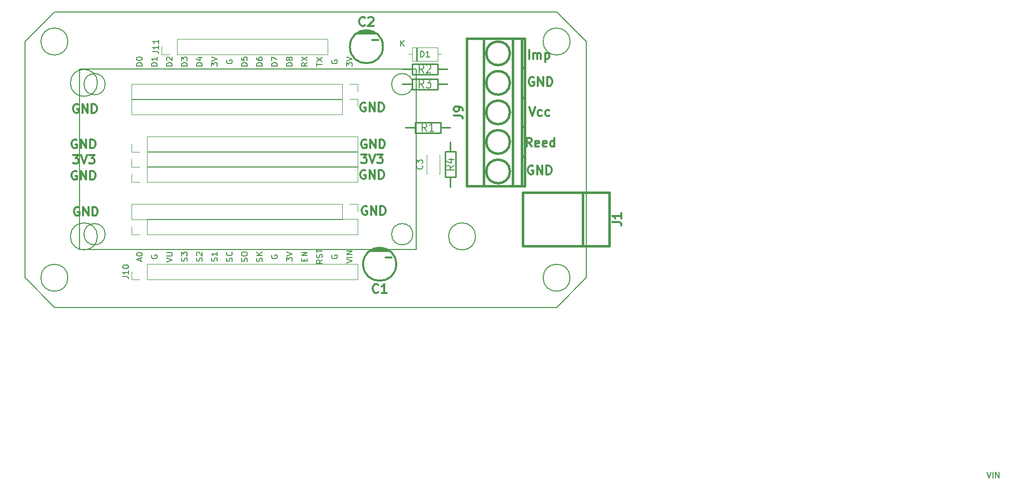
<source format=gto>
G04 #@! TF.GenerationSoftware,KiCad,Pcbnew,5.0.2-bee76a0~70~ubuntu16.04.1*
G04 #@! TF.CreationDate,2019-03-06T16:09:25+01:00*
G04 #@! TF.ProjectId,Metering,4d657465-7269-46e6-972e-6b696361645f,rev?*
G04 #@! TF.SameCoordinates,Original*
G04 #@! TF.FileFunction,Legend,Top*
G04 #@! TF.FilePolarity,Positive*
%FSLAX46Y46*%
G04 Gerber Fmt 4.6, Leading zero omitted, Abs format (unit mm)*
G04 Created by KiCad (PCBNEW 5.0.2-bee76a0~70~ubuntu16.04.1) date Mi 06 Mär 2019 16:09:25 CET*
%MOMM*%
%LPD*%
G01*
G04 APERTURE LIST*
%ADD10C,0.150000*%
%ADD11C,0.300000*%
%ADD12C,0.120000*%
%ADD13C,0.381000*%
%ADD14C,0.304800*%
%ADD15C,0.254000*%
%ADD16C,0.203200*%
G04 APERTURE END LIST*
D10*
X105000000Y-95000000D02*
X110000000Y-100000000D01*
X105000000Y-55000000D02*
X110000000Y-50000000D01*
X195000000Y-100000000D02*
X200000000Y-95000000D01*
X195000000Y-50000000D02*
X200000000Y-55000000D01*
D11*
X190345428Y-57955571D02*
X190345428Y-56455571D01*
X191059714Y-57955571D02*
X191059714Y-56955571D01*
X191059714Y-57098428D02*
X191131142Y-57027000D01*
X191274000Y-56955571D01*
X191488285Y-56955571D01*
X191631142Y-57027000D01*
X191702571Y-57169857D01*
X191702571Y-57955571D01*
X191702571Y-57169857D02*
X191774000Y-57027000D01*
X191916857Y-56955571D01*
X192131142Y-56955571D01*
X192274000Y-57027000D01*
X192345428Y-57169857D01*
X192345428Y-57955571D01*
X193059714Y-56955571D02*
X193059714Y-58455571D01*
X193059714Y-57027000D02*
X193202571Y-56955571D01*
X193488285Y-56955571D01*
X193631142Y-57027000D01*
X193702571Y-57098428D01*
X193774000Y-57241285D01*
X193774000Y-57669857D01*
X193702571Y-57812714D01*
X193631142Y-57884142D01*
X193488285Y-57955571D01*
X193202571Y-57955571D01*
X193059714Y-57884142D01*
X190778000Y-72814571D02*
X190278000Y-72100285D01*
X189920857Y-72814571D02*
X189920857Y-71314571D01*
X190492285Y-71314571D01*
X190635142Y-71386000D01*
X190706571Y-71457428D01*
X190778000Y-71600285D01*
X190778000Y-71814571D01*
X190706571Y-71957428D01*
X190635142Y-72028857D01*
X190492285Y-72100285D01*
X189920857Y-72100285D01*
X191992285Y-72743142D02*
X191849428Y-72814571D01*
X191563714Y-72814571D01*
X191420857Y-72743142D01*
X191349428Y-72600285D01*
X191349428Y-72028857D01*
X191420857Y-71886000D01*
X191563714Y-71814571D01*
X191849428Y-71814571D01*
X191992285Y-71886000D01*
X192063714Y-72028857D01*
X192063714Y-72171714D01*
X191349428Y-72314571D01*
X193278000Y-72743142D02*
X193135142Y-72814571D01*
X192849428Y-72814571D01*
X192706571Y-72743142D01*
X192635142Y-72600285D01*
X192635142Y-72028857D01*
X192706571Y-71886000D01*
X192849428Y-71814571D01*
X193135142Y-71814571D01*
X193278000Y-71886000D01*
X193349428Y-72028857D01*
X193349428Y-72171714D01*
X192635142Y-72314571D01*
X194635142Y-72814571D02*
X194635142Y-71314571D01*
X194635142Y-72743142D02*
X194492285Y-72814571D01*
X194206571Y-72814571D01*
X194063714Y-72743142D01*
X193992285Y-72671714D01*
X193920857Y-72528857D01*
X193920857Y-72100285D01*
X193992285Y-71957428D01*
X194063714Y-71886000D01*
X194206571Y-71814571D01*
X194492285Y-71814571D01*
X194635142Y-71886000D01*
X190365285Y-66107571D02*
X190865285Y-67607571D01*
X191365285Y-66107571D01*
X192508142Y-67536142D02*
X192365285Y-67607571D01*
X192079571Y-67607571D01*
X191936714Y-67536142D01*
X191865285Y-67464714D01*
X191793857Y-67321857D01*
X191793857Y-66893285D01*
X191865285Y-66750428D01*
X191936714Y-66679000D01*
X192079571Y-66607571D01*
X192365285Y-66607571D01*
X192508142Y-66679000D01*
X193793857Y-67536142D02*
X193651000Y-67607571D01*
X193365285Y-67607571D01*
X193222428Y-67536142D01*
X193151000Y-67464714D01*
X193079571Y-67321857D01*
X193079571Y-66893285D01*
X193151000Y-66750428D01*
X193222428Y-66679000D01*
X193365285Y-66607571D01*
X193651000Y-66607571D01*
X193793857Y-66679000D01*
X191135142Y-61099000D02*
X190992285Y-61027571D01*
X190778000Y-61027571D01*
X190563714Y-61099000D01*
X190420857Y-61241857D01*
X190349428Y-61384714D01*
X190278000Y-61670428D01*
X190278000Y-61884714D01*
X190349428Y-62170428D01*
X190420857Y-62313285D01*
X190563714Y-62456142D01*
X190778000Y-62527571D01*
X190920857Y-62527571D01*
X191135142Y-62456142D01*
X191206571Y-62384714D01*
X191206571Y-61884714D01*
X190920857Y-61884714D01*
X191849428Y-62527571D02*
X191849428Y-61027571D01*
X192706571Y-62527571D01*
X192706571Y-61027571D01*
X193420857Y-62527571D02*
X193420857Y-61027571D01*
X193778000Y-61027571D01*
X193992285Y-61099000D01*
X194135142Y-61241857D01*
X194206571Y-61384714D01*
X194278000Y-61670428D01*
X194278000Y-61884714D01*
X194206571Y-62170428D01*
X194135142Y-62313285D01*
X193992285Y-62456142D01*
X193778000Y-62527571D01*
X193420857Y-62527571D01*
X191008142Y-76085000D02*
X190865285Y-76013571D01*
X190651000Y-76013571D01*
X190436714Y-76085000D01*
X190293857Y-76227857D01*
X190222428Y-76370714D01*
X190151000Y-76656428D01*
X190151000Y-76870714D01*
X190222428Y-77156428D01*
X190293857Y-77299285D01*
X190436714Y-77442142D01*
X190651000Y-77513571D01*
X190793857Y-77513571D01*
X191008142Y-77442142D01*
X191079571Y-77370714D01*
X191079571Y-76870714D01*
X190793857Y-76870714D01*
X191722428Y-77513571D02*
X191722428Y-76013571D01*
X192579571Y-77513571D01*
X192579571Y-76013571D01*
X193293857Y-77513571D02*
X193293857Y-76013571D01*
X193651000Y-76013571D01*
X193865285Y-76085000D01*
X194008142Y-76227857D01*
X194079571Y-76370714D01*
X194151000Y-76656428D01*
X194151000Y-76870714D01*
X194079571Y-77156428D01*
X194008142Y-77299285D01*
X193865285Y-77442142D01*
X193651000Y-77513571D01*
X193293857Y-77513571D01*
X161932857Y-74108571D02*
X162861428Y-74108571D01*
X162361428Y-74680000D01*
X162575714Y-74680000D01*
X162718571Y-74751428D01*
X162790000Y-74822857D01*
X162861428Y-74965714D01*
X162861428Y-75322857D01*
X162790000Y-75465714D01*
X162718571Y-75537142D01*
X162575714Y-75608571D01*
X162147142Y-75608571D01*
X162004285Y-75537142D01*
X161932857Y-75465714D01*
X163290000Y-74108571D02*
X163790000Y-75608571D01*
X164290000Y-74108571D01*
X164647142Y-74108571D02*
X165575714Y-74108571D01*
X165075714Y-74680000D01*
X165290000Y-74680000D01*
X165432857Y-74751428D01*
X165504285Y-74822857D01*
X165575714Y-74965714D01*
X165575714Y-75322857D01*
X165504285Y-75465714D01*
X165432857Y-75537142D01*
X165290000Y-75608571D01*
X164861428Y-75608571D01*
X164718571Y-75537142D01*
X164647142Y-75465714D01*
X114173142Y-83070000D02*
X114030285Y-82998571D01*
X113816000Y-82998571D01*
X113601714Y-83070000D01*
X113458857Y-83212857D01*
X113387428Y-83355714D01*
X113316000Y-83641428D01*
X113316000Y-83855714D01*
X113387428Y-84141428D01*
X113458857Y-84284285D01*
X113601714Y-84427142D01*
X113816000Y-84498571D01*
X113958857Y-84498571D01*
X114173142Y-84427142D01*
X114244571Y-84355714D01*
X114244571Y-83855714D01*
X113958857Y-83855714D01*
X114887428Y-84498571D02*
X114887428Y-82998571D01*
X115744571Y-84498571D01*
X115744571Y-82998571D01*
X116458857Y-84498571D02*
X116458857Y-82998571D01*
X116816000Y-82998571D01*
X117030285Y-83070000D01*
X117173142Y-83212857D01*
X117244571Y-83355714D01*
X117316000Y-83641428D01*
X117316000Y-83855714D01*
X117244571Y-84141428D01*
X117173142Y-84284285D01*
X117030285Y-84427142D01*
X116816000Y-84498571D01*
X116458857Y-84498571D01*
X114046142Y-65671000D02*
X113903285Y-65599571D01*
X113689000Y-65599571D01*
X113474714Y-65671000D01*
X113331857Y-65813857D01*
X113260428Y-65956714D01*
X113189000Y-66242428D01*
X113189000Y-66456714D01*
X113260428Y-66742428D01*
X113331857Y-66885285D01*
X113474714Y-67028142D01*
X113689000Y-67099571D01*
X113831857Y-67099571D01*
X114046142Y-67028142D01*
X114117571Y-66956714D01*
X114117571Y-66456714D01*
X113831857Y-66456714D01*
X114760428Y-67099571D02*
X114760428Y-65599571D01*
X115617571Y-67099571D01*
X115617571Y-65599571D01*
X116331857Y-67099571D02*
X116331857Y-65599571D01*
X116689000Y-65599571D01*
X116903285Y-65671000D01*
X117046142Y-65813857D01*
X117117571Y-65956714D01*
X117189000Y-66242428D01*
X117189000Y-66456714D01*
X117117571Y-66742428D01*
X117046142Y-66885285D01*
X116903285Y-67028142D01*
X116689000Y-67099571D01*
X116331857Y-67099571D01*
X162774142Y-71640000D02*
X162631285Y-71568571D01*
X162417000Y-71568571D01*
X162202714Y-71640000D01*
X162059857Y-71782857D01*
X161988428Y-71925714D01*
X161917000Y-72211428D01*
X161917000Y-72425714D01*
X161988428Y-72711428D01*
X162059857Y-72854285D01*
X162202714Y-72997142D01*
X162417000Y-73068571D01*
X162559857Y-73068571D01*
X162774142Y-72997142D01*
X162845571Y-72925714D01*
X162845571Y-72425714D01*
X162559857Y-72425714D01*
X163488428Y-73068571D02*
X163488428Y-71568571D01*
X164345571Y-73068571D01*
X164345571Y-71568571D01*
X165059857Y-73068571D02*
X165059857Y-71568571D01*
X165417000Y-71568571D01*
X165631285Y-71640000D01*
X165774142Y-71782857D01*
X165845571Y-71925714D01*
X165917000Y-72211428D01*
X165917000Y-72425714D01*
X165845571Y-72711428D01*
X165774142Y-72854285D01*
X165631285Y-72997142D01*
X165417000Y-73068571D01*
X165059857Y-73068571D01*
X162647142Y-65417000D02*
X162504285Y-65345571D01*
X162290000Y-65345571D01*
X162075714Y-65417000D01*
X161932857Y-65559857D01*
X161861428Y-65702714D01*
X161790000Y-65988428D01*
X161790000Y-66202714D01*
X161861428Y-66488428D01*
X161932857Y-66631285D01*
X162075714Y-66774142D01*
X162290000Y-66845571D01*
X162432857Y-66845571D01*
X162647142Y-66774142D01*
X162718571Y-66702714D01*
X162718571Y-66202714D01*
X162432857Y-66202714D01*
X163361428Y-66845571D02*
X163361428Y-65345571D01*
X164218571Y-66845571D01*
X164218571Y-65345571D01*
X164932857Y-66845571D02*
X164932857Y-65345571D01*
X165290000Y-65345571D01*
X165504285Y-65417000D01*
X165647142Y-65559857D01*
X165718571Y-65702714D01*
X165790000Y-65988428D01*
X165790000Y-66202714D01*
X165718571Y-66488428D01*
X165647142Y-66631285D01*
X165504285Y-66774142D01*
X165290000Y-66845571D01*
X164932857Y-66845571D01*
X162647142Y-76847000D02*
X162504285Y-76775571D01*
X162290000Y-76775571D01*
X162075714Y-76847000D01*
X161932857Y-76989857D01*
X161861428Y-77132714D01*
X161790000Y-77418428D01*
X161790000Y-77632714D01*
X161861428Y-77918428D01*
X161932857Y-78061285D01*
X162075714Y-78204142D01*
X162290000Y-78275571D01*
X162432857Y-78275571D01*
X162647142Y-78204142D01*
X162718571Y-78132714D01*
X162718571Y-77632714D01*
X162432857Y-77632714D01*
X163361428Y-78275571D02*
X163361428Y-76775571D01*
X164218571Y-78275571D01*
X164218571Y-76775571D01*
X164932857Y-78275571D02*
X164932857Y-76775571D01*
X165290000Y-76775571D01*
X165504285Y-76847000D01*
X165647142Y-76989857D01*
X165718571Y-77132714D01*
X165790000Y-77418428D01*
X165790000Y-77632714D01*
X165718571Y-77918428D01*
X165647142Y-78061285D01*
X165504285Y-78204142D01*
X165290000Y-78275571D01*
X164932857Y-78275571D01*
X162901142Y-82943000D02*
X162758285Y-82871571D01*
X162544000Y-82871571D01*
X162329714Y-82943000D01*
X162186857Y-83085857D01*
X162115428Y-83228714D01*
X162044000Y-83514428D01*
X162044000Y-83728714D01*
X162115428Y-84014428D01*
X162186857Y-84157285D01*
X162329714Y-84300142D01*
X162544000Y-84371571D01*
X162686857Y-84371571D01*
X162901142Y-84300142D01*
X162972571Y-84228714D01*
X162972571Y-83728714D01*
X162686857Y-83728714D01*
X163615428Y-84371571D02*
X163615428Y-82871571D01*
X164472571Y-84371571D01*
X164472571Y-82871571D01*
X165186857Y-84371571D02*
X165186857Y-82871571D01*
X165544000Y-82871571D01*
X165758285Y-82943000D01*
X165901142Y-83085857D01*
X165972571Y-83228714D01*
X166044000Y-83514428D01*
X166044000Y-83728714D01*
X165972571Y-84014428D01*
X165901142Y-84157285D01*
X165758285Y-84300142D01*
X165544000Y-84371571D01*
X165186857Y-84371571D01*
X113792142Y-76974000D02*
X113649285Y-76902571D01*
X113435000Y-76902571D01*
X113220714Y-76974000D01*
X113077857Y-77116857D01*
X113006428Y-77259714D01*
X112935000Y-77545428D01*
X112935000Y-77759714D01*
X113006428Y-78045428D01*
X113077857Y-78188285D01*
X113220714Y-78331142D01*
X113435000Y-78402571D01*
X113577857Y-78402571D01*
X113792142Y-78331142D01*
X113863571Y-78259714D01*
X113863571Y-77759714D01*
X113577857Y-77759714D01*
X114506428Y-78402571D02*
X114506428Y-76902571D01*
X115363571Y-78402571D01*
X115363571Y-76902571D01*
X116077857Y-78402571D02*
X116077857Y-76902571D01*
X116435000Y-76902571D01*
X116649285Y-76974000D01*
X116792142Y-77116857D01*
X116863571Y-77259714D01*
X116935000Y-77545428D01*
X116935000Y-77759714D01*
X116863571Y-78045428D01*
X116792142Y-78188285D01*
X116649285Y-78331142D01*
X116435000Y-78402571D01*
X116077857Y-78402571D01*
X113792142Y-71640000D02*
X113649285Y-71568571D01*
X113435000Y-71568571D01*
X113220714Y-71640000D01*
X113077857Y-71782857D01*
X113006428Y-71925714D01*
X112935000Y-72211428D01*
X112935000Y-72425714D01*
X113006428Y-72711428D01*
X113077857Y-72854285D01*
X113220714Y-72997142D01*
X113435000Y-73068571D01*
X113577857Y-73068571D01*
X113792142Y-72997142D01*
X113863571Y-72925714D01*
X113863571Y-72425714D01*
X113577857Y-72425714D01*
X114506428Y-73068571D02*
X114506428Y-71568571D01*
X115363571Y-73068571D01*
X115363571Y-71568571D01*
X116077857Y-73068571D02*
X116077857Y-71568571D01*
X116435000Y-71568571D01*
X116649285Y-71640000D01*
X116792142Y-71782857D01*
X116863571Y-71925714D01*
X116935000Y-72211428D01*
X116935000Y-72425714D01*
X116863571Y-72711428D01*
X116792142Y-72854285D01*
X116649285Y-72997142D01*
X116435000Y-73068571D01*
X116077857Y-73068571D01*
X113142857Y-74178571D02*
X114071428Y-74178571D01*
X113571428Y-74750000D01*
X113785714Y-74750000D01*
X113928571Y-74821428D01*
X114000000Y-74892857D01*
X114071428Y-75035714D01*
X114071428Y-75392857D01*
X114000000Y-75535714D01*
X113928571Y-75607142D01*
X113785714Y-75678571D01*
X113357142Y-75678571D01*
X113214285Y-75607142D01*
X113142857Y-75535714D01*
X114500000Y-74178571D02*
X115000000Y-75678571D01*
X115500000Y-74178571D01*
X115857142Y-74178571D02*
X116785714Y-74178571D01*
X116285714Y-74750000D01*
X116500000Y-74750000D01*
X116642857Y-74821428D01*
X116714285Y-74892857D01*
X116785714Y-75035714D01*
X116785714Y-75392857D01*
X116714285Y-75535714D01*
X116642857Y-75607142D01*
X116500000Y-75678571D01*
X116071428Y-75678571D01*
X115928571Y-75607142D01*
X115857142Y-75535714D01*
D10*
X105000000Y-95000000D02*
X105000000Y-55000000D01*
X195000000Y-100000000D02*
X110000000Y-100000000D01*
X200000000Y-55000000D02*
X200000000Y-95000000D01*
X110000000Y-50000000D02*
X195000000Y-50000000D01*
G04 #@! TO.C,REF\002A\002A*
X117286000Y-62000000D02*
G75*
G03X117286000Y-62000000I-2286000J0D01*
G01*
X117286000Y-88000000D02*
G75*
G03X117286000Y-88000000I-2286000J0D01*
G01*
X181286000Y-88000000D02*
G75*
G03X181286000Y-88000000I-2286000J0D01*
G01*
G04 #@! TO.C,U1*
X170666051Y-62230000D02*
G75*
G03X170666051Y-62230000I-1796051J0D01*
G01*
X170666051Y-87630000D02*
G75*
G03X170666051Y-87630000I-1796051J0D01*
G01*
X118596051Y-87630000D02*
G75*
G03X118596051Y-87630000I-1796051J0D01*
G01*
X118596051Y-62230000D02*
G75*
G03X118596051Y-62230000I-1796051J0D01*
G01*
X114240000Y-59680000D02*
X114240000Y-89680000D01*
X114240000Y-89680000D02*
X114240000Y-90180000D01*
X114240000Y-90180000D02*
X171240000Y-90180000D01*
X171240000Y-90180000D02*
X171240000Y-59680000D01*
X171240000Y-59680000D02*
X114240000Y-59680000D01*
D12*
G04 #@! TO.C,D1*
X170600000Y-56030000D02*
X170600000Y-58270000D01*
X170600000Y-58270000D02*
X174840000Y-58270000D01*
X174840000Y-58270000D02*
X174840000Y-56030000D01*
X174840000Y-56030000D02*
X170600000Y-56030000D01*
X169950000Y-57150000D02*
X170600000Y-57150000D01*
X175490000Y-57150000D02*
X174840000Y-57150000D01*
X171320000Y-56030000D02*
X171320000Y-58270000D01*
X171440000Y-56030000D02*
X171440000Y-58270000D01*
X171200000Y-56030000D02*
X171200000Y-58270000D01*
D10*
G04 #@! TO.C,REF\002A\002A*
X197286000Y-95000000D02*
G75*
G03X197286000Y-95000000I-2286000J0D01*
G01*
X112286000Y-95000000D02*
G75*
G03X112286000Y-95000000I-2286000J0D01*
G01*
D13*
G04 #@! TO.C,J9*
X189100000Y-59500000D02*
X189600000Y-59500000D01*
X187100000Y-57000000D02*
G75*
G03X187100000Y-57000000I-2000000J0D01*
G01*
X189100000Y-64500000D02*
X189600000Y-64500000D01*
X187100000Y-62000000D02*
G75*
G03X187100000Y-62000000I-2000000J0D01*
G01*
X187100000Y-67000000D02*
G75*
G03X187100000Y-67000000I-2000000J0D01*
G01*
X189100000Y-69500000D02*
X189600000Y-69500000D01*
X189100000Y-74500000D02*
X189600000Y-74500000D01*
X187100000Y-72000000D02*
G75*
G03X187100000Y-72000000I-2000000J0D01*
G01*
X187100000Y-77000000D02*
G75*
G03X187100000Y-77000000I-2000000J0D01*
G01*
X187600000Y-79500000D02*
X187600000Y-54500000D01*
X182700000Y-79500000D02*
X182700000Y-54500000D01*
X189100000Y-79500000D02*
X189100000Y-54500000D01*
X189600000Y-79500000D02*
X189600000Y-54500000D01*
X189600000Y-54500000D02*
X179800000Y-54500000D01*
X179800000Y-54500000D02*
X179800000Y-79500000D01*
X179800000Y-79500000D02*
X189600000Y-79500000D01*
D11*
G04 #@! TO.C,C2*
X163814000Y-54780000D02*
X164814000Y-54780000D01*
D14*
X165614000Y-55880000D02*
G75*
G03X165614000Y-55880000I-2800000J0D01*
G01*
X161114000Y-53680000D02*
X164514000Y-53680000D01*
X161514000Y-53480000D02*
X164114000Y-53480000D01*
X162014000Y-53280000D02*
X163614000Y-53280000D01*
D15*
G04 #@! TO.C,R1*
X171069000Y-70485000D02*
X175387000Y-70485000D01*
X171069000Y-68707000D02*
X171069000Y-70485000D01*
X175387000Y-68707000D02*
X171069000Y-68707000D01*
X175387000Y-70485000D02*
X175387000Y-68707000D01*
X175387000Y-69596000D02*
X177038000Y-69596000D01*
X171069000Y-69596000D02*
X169418000Y-69596000D01*
G04 #@! TO.C,R2*
X170561000Y-59690000D02*
X168910000Y-59690000D01*
X174879000Y-59690000D02*
X176530000Y-59690000D01*
X174879000Y-60579000D02*
X174879000Y-58801000D01*
X174879000Y-58801000D02*
X170561000Y-58801000D01*
X170561000Y-58801000D02*
X170561000Y-60579000D01*
X170561000Y-60579000D02*
X174879000Y-60579000D01*
G04 #@! TO.C,R3*
X170561000Y-62230000D02*
X168910000Y-62230000D01*
X174879000Y-62230000D02*
X176530000Y-62230000D01*
X174879000Y-63119000D02*
X174879000Y-61341000D01*
X174879000Y-61341000D02*
X170561000Y-61341000D01*
X170561000Y-61341000D02*
X170561000Y-63119000D01*
X170561000Y-63119000D02*
X174879000Y-63119000D01*
D13*
G04 #@! TO.C,J1*
X199400160Y-89590880D02*
X199400160Y-80589120D01*
X203901040Y-89590880D02*
X203901040Y-80589120D01*
X203901040Y-80589120D02*
X189301120Y-80589120D01*
X189301120Y-80589120D02*
X189301120Y-89590880D01*
X189301120Y-89590880D02*
X203901040Y-89590880D01*
D12*
G04 #@! TO.C,J2*
X161310000Y-87690000D02*
X161310000Y-85030000D01*
X125690000Y-87690000D02*
X161310000Y-87690000D01*
X125690000Y-85030000D02*
X161310000Y-85030000D01*
X125690000Y-87690000D02*
X125690000Y-85030000D01*
X124420000Y-87690000D02*
X123090000Y-87690000D01*
X123090000Y-87690000D02*
X123090000Y-86360000D01*
G04 #@! TO.C,J3*
X123090000Y-62170000D02*
X123090000Y-64830000D01*
X158710000Y-62170000D02*
X123090000Y-62170000D01*
X158710000Y-64830000D02*
X123090000Y-64830000D01*
X158710000Y-62170000D02*
X158710000Y-64830000D01*
X159980000Y-62170000D02*
X161310000Y-62170000D01*
X161310000Y-62170000D02*
X161310000Y-63500000D01*
G04 #@! TO.C,J4*
X161310000Y-64710000D02*
X161310000Y-66040000D01*
X159980000Y-64710000D02*
X161310000Y-64710000D01*
X158710000Y-64710000D02*
X158710000Y-67370000D01*
X158710000Y-67370000D02*
X123090000Y-67370000D01*
X158710000Y-64710000D02*
X123090000Y-64710000D01*
X123090000Y-64710000D02*
X123090000Y-67370000D01*
G04 #@! TO.C,J5*
X123090000Y-82490000D02*
X123090000Y-85150000D01*
X158710000Y-82490000D02*
X123090000Y-82490000D01*
X158710000Y-85150000D02*
X123090000Y-85150000D01*
X158710000Y-82490000D02*
X158710000Y-85150000D01*
X159980000Y-82490000D02*
X161310000Y-82490000D01*
X161310000Y-82490000D02*
X161310000Y-83820000D01*
G04 #@! TO.C,J6*
X161310000Y-73720000D02*
X161310000Y-71060000D01*
X125690000Y-73720000D02*
X161310000Y-73720000D01*
X125690000Y-71060000D02*
X161310000Y-71060000D01*
X125690000Y-73720000D02*
X125690000Y-71060000D01*
X124420000Y-73720000D02*
X123090000Y-73720000D01*
X123090000Y-73720000D02*
X123090000Y-72390000D01*
G04 #@! TO.C,J7*
X161310000Y-78800000D02*
X161310000Y-76140000D01*
X125690000Y-78800000D02*
X161310000Y-78800000D01*
X125690000Y-76140000D02*
X161310000Y-76140000D01*
X125690000Y-78800000D02*
X125690000Y-76140000D01*
X124420000Y-78800000D02*
X123090000Y-78800000D01*
X123090000Y-78800000D02*
X123090000Y-77470000D01*
G04 #@! TO.C,J8*
X161310000Y-76260000D02*
X161310000Y-73600000D01*
X125690000Y-76260000D02*
X161310000Y-76260000D01*
X125690000Y-73600000D02*
X161310000Y-73600000D01*
X125690000Y-76260000D02*
X125690000Y-73600000D01*
X124420000Y-76260000D02*
X123090000Y-76260000D01*
X123090000Y-76260000D02*
X123090000Y-74930000D01*
D14*
G04 #@! TO.C,C1*
X164260000Y-90110000D02*
X165860000Y-90110000D01*
X163760000Y-90310000D02*
X166360000Y-90310000D01*
X163360000Y-90510000D02*
X166760000Y-90510000D01*
X167860000Y-92710000D02*
G75*
G03X167860000Y-92710000I-2800000J0D01*
G01*
D11*
X166060000Y-91610000D02*
X167060000Y-91610000D01*
D12*
G04 #@! TO.C,J10*
X161310000Y-95310000D02*
X161310000Y-92650000D01*
X125690000Y-95310000D02*
X161310000Y-95310000D01*
X125690000Y-92650000D02*
X161310000Y-92650000D01*
X125690000Y-95310000D02*
X125690000Y-92650000D01*
X124420000Y-95310000D02*
X123090000Y-95310000D01*
X123090000Y-95310000D02*
X123090000Y-93980000D01*
G04 #@! TO.C,J11*
X156230000Y-57210000D02*
X156230000Y-54550000D01*
X130770000Y-57210000D02*
X156230000Y-57210000D01*
X130770000Y-54550000D02*
X156230000Y-54550000D01*
X130770000Y-57210000D02*
X130770000Y-54550000D01*
X129500000Y-57210000D02*
X128170000Y-57210000D01*
X128170000Y-57210000D02*
X128170000Y-55880000D01*
D10*
G04 #@! TO.C,REF\002A\002A*
X112286000Y-55000000D02*
G75*
G03X112286000Y-55000000I-2286000J0D01*
G01*
X197286000Y-55000000D02*
G75*
G03X197286000Y-55000000I-2286000J0D01*
G01*
D12*
G04 #@! TO.C,C3*
X172997000Y-77459000D02*
X172997000Y-74219000D01*
X175237000Y-77459000D02*
X175237000Y-74219000D01*
X172997000Y-77459000D02*
X173062000Y-77459000D01*
X175172000Y-77459000D02*
X175237000Y-77459000D01*
X172997000Y-74219000D02*
X173062000Y-74219000D01*
X175172000Y-74219000D02*
X175237000Y-74219000D01*
D15*
G04 #@! TO.C,R4*
X177038000Y-77978000D02*
X177038000Y-79629000D01*
X177038000Y-73660000D02*
X177038000Y-72009000D01*
X177927000Y-73660000D02*
X176149000Y-73660000D01*
X176149000Y-73660000D02*
X176149000Y-77978000D01*
X176149000Y-77978000D02*
X177927000Y-77978000D01*
X177927000Y-77978000D02*
X177927000Y-73660000D01*
G04 #@! TD*
G04 #@! TO.C,*
D10*
X267844761Y-127892380D02*
X268178095Y-128892380D01*
X268511428Y-127892380D01*
X268844761Y-128892380D02*
X268844761Y-127892380D01*
X269320952Y-128892380D02*
X269320952Y-127892380D01*
X269892380Y-128892380D01*
X269892380Y-127892380D01*
G04 #@! TO.C,U1*
X159432380Y-92535238D02*
X160432380Y-92201904D01*
X159432380Y-91868571D01*
X160432380Y-91535238D02*
X159432380Y-91535238D01*
X160432380Y-91059047D02*
X159432380Y-91059047D01*
X160432380Y-90487619D01*
X159432380Y-90487619D01*
X156940000Y-91178095D02*
X156892380Y-91273333D01*
X156892380Y-91416190D01*
X156940000Y-91559047D01*
X157035238Y-91654285D01*
X157130476Y-91701904D01*
X157320952Y-91749523D01*
X157463809Y-91749523D01*
X157654285Y-91701904D01*
X157749523Y-91654285D01*
X157844761Y-91559047D01*
X157892380Y-91416190D01*
X157892380Y-91320952D01*
X157844761Y-91178095D01*
X157797142Y-91130476D01*
X157463809Y-91130476D01*
X157463809Y-91320952D01*
X155352380Y-91987619D02*
X154876190Y-92320952D01*
X155352380Y-92559047D02*
X154352380Y-92559047D01*
X154352380Y-92178095D01*
X154400000Y-92082857D01*
X154447619Y-92035238D01*
X154542857Y-91987619D01*
X154685714Y-91987619D01*
X154780952Y-92035238D01*
X154828571Y-92082857D01*
X154876190Y-92178095D01*
X154876190Y-92559047D01*
X155304761Y-91606666D02*
X155352380Y-91463809D01*
X155352380Y-91225714D01*
X155304761Y-91130476D01*
X155257142Y-91082857D01*
X155161904Y-91035238D01*
X155066666Y-91035238D01*
X154971428Y-91082857D01*
X154923809Y-91130476D01*
X154876190Y-91225714D01*
X154828571Y-91416190D01*
X154780952Y-91511428D01*
X154733333Y-91559047D01*
X154638095Y-91606666D01*
X154542857Y-91606666D01*
X154447619Y-91559047D01*
X154400000Y-91511428D01*
X154352380Y-91416190D01*
X154352380Y-91178095D01*
X154400000Y-91035238D01*
X154352380Y-90749523D02*
X154352380Y-90178095D01*
X155352380Y-90463809D02*
X154352380Y-90463809D01*
X152288571Y-92178095D02*
X152288571Y-91844761D01*
X152812380Y-91701904D02*
X152812380Y-92178095D01*
X151812380Y-92178095D01*
X151812380Y-91701904D01*
X152812380Y-91273333D02*
X151812380Y-91273333D01*
X152812380Y-90701904D01*
X151812380Y-90701904D01*
X149272380Y-92201904D02*
X149272380Y-91582857D01*
X149653333Y-91916190D01*
X149653333Y-91773333D01*
X149700952Y-91678095D01*
X149748571Y-91630476D01*
X149843809Y-91582857D01*
X150081904Y-91582857D01*
X150177142Y-91630476D01*
X150224761Y-91678095D01*
X150272380Y-91773333D01*
X150272380Y-92059047D01*
X150224761Y-92154285D01*
X150177142Y-92201904D01*
X149272380Y-91297142D02*
X150272380Y-90963809D01*
X149272380Y-90630476D01*
X146780000Y-91178095D02*
X146732380Y-91273333D01*
X146732380Y-91416190D01*
X146780000Y-91559047D01*
X146875238Y-91654285D01*
X146970476Y-91701904D01*
X147160952Y-91749523D01*
X147303809Y-91749523D01*
X147494285Y-91701904D01*
X147589523Y-91654285D01*
X147684761Y-91559047D01*
X147732380Y-91416190D01*
X147732380Y-91320952D01*
X147684761Y-91178095D01*
X147637142Y-91130476D01*
X147303809Y-91130476D01*
X147303809Y-91320952D01*
X145144761Y-92225714D02*
X145192380Y-92082857D01*
X145192380Y-91844761D01*
X145144761Y-91749523D01*
X145097142Y-91701904D01*
X145001904Y-91654285D01*
X144906666Y-91654285D01*
X144811428Y-91701904D01*
X144763809Y-91749523D01*
X144716190Y-91844761D01*
X144668571Y-92035238D01*
X144620952Y-92130476D01*
X144573333Y-92178095D01*
X144478095Y-92225714D01*
X144382857Y-92225714D01*
X144287619Y-92178095D01*
X144240000Y-92130476D01*
X144192380Y-92035238D01*
X144192380Y-91797142D01*
X144240000Y-91654285D01*
X145192380Y-91225714D02*
X144192380Y-91225714D01*
X145192380Y-90654285D02*
X144620952Y-91082857D01*
X144192380Y-90654285D02*
X144763809Y-91225714D01*
X142604761Y-92249523D02*
X142652380Y-92106666D01*
X142652380Y-91868571D01*
X142604761Y-91773333D01*
X142557142Y-91725714D01*
X142461904Y-91678095D01*
X142366666Y-91678095D01*
X142271428Y-91725714D01*
X142223809Y-91773333D01*
X142176190Y-91868571D01*
X142128571Y-92059047D01*
X142080952Y-92154285D01*
X142033333Y-92201904D01*
X141938095Y-92249523D01*
X141842857Y-92249523D01*
X141747619Y-92201904D01*
X141700000Y-92154285D01*
X141652380Y-92059047D01*
X141652380Y-91820952D01*
X141700000Y-91678095D01*
X141652380Y-91059047D02*
X141652380Y-90868571D01*
X141700000Y-90773333D01*
X141795238Y-90678095D01*
X141985714Y-90630476D01*
X142319047Y-90630476D01*
X142509523Y-90678095D01*
X142604761Y-90773333D01*
X142652380Y-90868571D01*
X142652380Y-91059047D01*
X142604761Y-91154285D01*
X142509523Y-91249523D01*
X142319047Y-91297142D01*
X141985714Y-91297142D01*
X141795238Y-91249523D01*
X141700000Y-91154285D01*
X141652380Y-91059047D01*
X140064761Y-92225714D02*
X140112380Y-92082857D01*
X140112380Y-91844761D01*
X140064761Y-91749523D01*
X140017142Y-91701904D01*
X139921904Y-91654285D01*
X139826666Y-91654285D01*
X139731428Y-91701904D01*
X139683809Y-91749523D01*
X139636190Y-91844761D01*
X139588571Y-92035238D01*
X139540952Y-92130476D01*
X139493333Y-92178095D01*
X139398095Y-92225714D01*
X139302857Y-92225714D01*
X139207619Y-92178095D01*
X139160000Y-92130476D01*
X139112380Y-92035238D01*
X139112380Y-91797142D01*
X139160000Y-91654285D01*
X140017142Y-90654285D02*
X140064761Y-90701904D01*
X140112380Y-90844761D01*
X140112380Y-90940000D01*
X140064761Y-91082857D01*
X139969523Y-91178095D01*
X139874285Y-91225714D01*
X139683809Y-91273333D01*
X139540952Y-91273333D01*
X139350476Y-91225714D01*
X139255238Y-91178095D01*
X139160000Y-91082857D01*
X139112380Y-90940000D01*
X139112380Y-90844761D01*
X139160000Y-90701904D01*
X139207619Y-90654285D01*
X137524761Y-92201904D02*
X137572380Y-92059047D01*
X137572380Y-91820952D01*
X137524761Y-91725714D01*
X137477142Y-91678095D01*
X137381904Y-91630476D01*
X137286666Y-91630476D01*
X137191428Y-91678095D01*
X137143809Y-91725714D01*
X137096190Y-91820952D01*
X137048571Y-92011428D01*
X137000952Y-92106666D01*
X136953333Y-92154285D01*
X136858095Y-92201904D01*
X136762857Y-92201904D01*
X136667619Y-92154285D01*
X136620000Y-92106666D01*
X136572380Y-92011428D01*
X136572380Y-91773333D01*
X136620000Y-91630476D01*
X137572380Y-90678095D02*
X137572380Y-91249523D01*
X137572380Y-90963809D02*
X136572380Y-90963809D01*
X136715238Y-91059047D01*
X136810476Y-91154285D01*
X136858095Y-91249523D01*
X134984761Y-92201904D02*
X135032380Y-92059047D01*
X135032380Y-91820952D01*
X134984761Y-91725714D01*
X134937142Y-91678095D01*
X134841904Y-91630476D01*
X134746666Y-91630476D01*
X134651428Y-91678095D01*
X134603809Y-91725714D01*
X134556190Y-91820952D01*
X134508571Y-92011428D01*
X134460952Y-92106666D01*
X134413333Y-92154285D01*
X134318095Y-92201904D01*
X134222857Y-92201904D01*
X134127619Y-92154285D01*
X134080000Y-92106666D01*
X134032380Y-92011428D01*
X134032380Y-91773333D01*
X134080000Y-91630476D01*
X134127619Y-91249523D02*
X134080000Y-91201904D01*
X134032380Y-91106666D01*
X134032380Y-90868571D01*
X134080000Y-90773333D01*
X134127619Y-90725714D01*
X134222857Y-90678095D01*
X134318095Y-90678095D01*
X134460952Y-90725714D01*
X135032380Y-91297142D01*
X135032380Y-90678095D01*
X132444761Y-92201904D02*
X132492380Y-92059047D01*
X132492380Y-91820952D01*
X132444761Y-91725714D01*
X132397142Y-91678095D01*
X132301904Y-91630476D01*
X132206666Y-91630476D01*
X132111428Y-91678095D01*
X132063809Y-91725714D01*
X132016190Y-91820952D01*
X131968571Y-92011428D01*
X131920952Y-92106666D01*
X131873333Y-92154285D01*
X131778095Y-92201904D01*
X131682857Y-92201904D01*
X131587619Y-92154285D01*
X131540000Y-92106666D01*
X131492380Y-92011428D01*
X131492380Y-91773333D01*
X131540000Y-91630476D01*
X131492380Y-91297142D02*
X131492380Y-90678095D01*
X131873333Y-91011428D01*
X131873333Y-90868571D01*
X131920952Y-90773333D01*
X131968571Y-90725714D01*
X132063809Y-90678095D01*
X132301904Y-90678095D01*
X132397142Y-90725714D01*
X132444761Y-90773333D01*
X132492380Y-90868571D01*
X132492380Y-91154285D01*
X132444761Y-91249523D01*
X132397142Y-91297142D01*
X128952380Y-92297142D02*
X129952380Y-91963809D01*
X128952380Y-91630476D01*
X128952380Y-91297142D02*
X129761904Y-91297142D01*
X129857142Y-91249523D01*
X129904761Y-91201904D01*
X129952380Y-91106666D01*
X129952380Y-90916190D01*
X129904761Y-90820952D01*
X129857142Y-90773333D01*
X129761904Y-90725714D01*
X128952380Y-90725714D01*
X126460000Y-91178095D02*
X126412380Y-91273333D01*
X126412380Y-91416190D01*
X126460000Y-91559047D01*
X126555238Y-91654285D01*
X126650476Y-91701904D01*
X126840952Y-91749523D01*
X126983809Y-91749523D01*
X127174285Y-91701904D01*
X127269523Y-91654285D01*
X127364761Y-91559047D01*
X127412380Y-91416190D01*
X127412380Y-91320952D01*
X127364761Y-91178095D01*
X127317142Y-91130476D01*
X126983809Y-91130476D01*
X126983809Y-91320952D01*
X124586666Y-92154285D02*
X124586666Y-91678095D01*
X124872380Y-92249523D02*
X123872380Y-91916190D01*
X124872380Y-91582857D01*
X123872380Y-91059047D02*
X123872380Y-90963809D01*
X123920000Y-90868571D01*
X123967619Y-90820952D01*
X124062857Y-90773333D01*
X124253333Y-90725714D01*
X124491428Y-90725714D01*
X124681904Y-90773333D01*
X124777142Y-90820952D01*
X124824761Y-90868571D01*
X124872380Y-90963809D01*
X124872380Y-91059047D01*
X124824761Y-91154285D01*
X124777142Y-91201904D01*
X124681904Y-91249523D01*
X124491428Y-91297142D01*
X124253333Y-91297142D01*
X124062857Y-91249523D01*
X123967619Y-91201904D01*
X123920000Y-91154285D01*
X123872380Y-91059047D01*
X159432380Y-59181904D02*
X159432380Y-58562857D01*
X159813333Y-58896190D01*
X159813333Y-58753333D01*
X159860952Y-58658095D01*
X159908571Y-58610476D01*
X160003809Y-58562857D01*
X160241904Y-58562857D01*
X160337142Y-58610476D01*
X160384761Y-58658095D01*
X160432380Y-58753333D01*
X160432380Y-59039047D01*
X160384761Y-59134285D01*
X160337142Y-59181904D01*
X159432380Y-58277142D02*
X160432380Y-57943809D01*
X159432380Y-57610476D01*
X156940000Y-58158095D02*
X156892380Y-58253333D01*
X156892380Y-58396190D01*
X156940000Y-58539047D01*
X157035238Y-58634285D01*
X157130476Y-58681904D01*
X157320952Y-58729523D01*
X157463809Y-58729523D01*
X157654285Y-58681904D01*
X157749523Y-58634285D01*
X157844761Y-58539047D01*
X157892380Y-58396190D01*
X157892380Y-58300952D01*
X157844761Y-58158095D01*
X157797142Y-58110476D01*
X157463809Y-58110476D01*
X157463809Y-58300952D01*
X154352380Y-59181904D02*
X154352380Y-58610476D01*
X155352380Y-58896190D02*
X154352380Y-58896190D01*
X154352380Y-58372380D02*
X155352380Y-57705714D01*
X154352380Y-57705714D02*
X155352380Y-58372380D01*
X152812380Y-58586666D02*
X152336190Y-58920000D01*
X152812380Y-59158095D02*
X151812380Y-59158095D01*
X151812380Y-58777142D01*
X151860000Y-58681904D01*
X151907619Y-58634285D01*
X152002857Y-58586666D01*
X152145714Y-58586666D01*
X152240952Y-58634285D01*
X152288571Y-58681904D01*
X152336190Y-58777142D01*
X152336190Y-59158095D01*
X151812380Y-58253333D02*
X152812380Y-57586666D01*
X151812380Y-57586666D02*
X152812380Y-58253333D01*
X150272380Y-59158095D02*
X149272380Y-59158095D01*
X149272380Y-58920000D01*
X149320000Y-58777142D01*
X149415238Y-58681904D01*
X149510476Y-58634285D01*
X149700952Y-58586666D01*
X149843809Y-58586666D01*
X150034285Y-58634285D01*
X150129523Y-58681904D01*
X150224761Y-58777142D01*
X150272380Y-58920000D01*
X150272380Y-59158095D01*
X149700952Y-58015238D02*
X149653333Y-58110476D01*
X149605714Y-58158095D01*
X149510476Y-58205714D01*
X149462857Y-58205714D01*
X149367619Y-58158095D01*
X149320000Y-58110476D01*
X149272380Y-58015238D01*
X149272380Y-57824761D01*
X149320000Y-57729523D01*
X149367619Y-57681904D01*
X149462857Y-57634285D01*
X149510476Y-57634285D01*
X149605714Y-57681904D01*
X149653333Y-57729523D01*
X149700952Y-57824761D01*
X149700952Y-58015238D01*
X149748571Y-58110476D01*
X149796190Y-58158095D01*
X149891428Y-58205714D01*
X150081904Y-58205714D01*
X150177142Y-58158095D01*
X150224761Y-58110476D01*
X150272380Y-58015238D01*
X150272380Y-57824761D01*
X150224761Y-57729523D01*
X150177142Y-57681904D01*
X150081904Y-57634285D01*
X149891428Y-57634285D01*
X149796190Y-57681904D01*
X149748571Y-57729523D01*
X149700952Y-57824761D01*
X147732380Y-59158095D02*
X146732380Y-59158095D01*
X146732380Y-58920000D01*
X146780000Y-58777142D01*
X146875238Y-58681904D01*
X146970476Y-58634285D01*
X147160952Y-58586666D01*
X147303809Y-58586666D01*
X147494285Y-58634285D01*
X147589523Y-58681904D01*
X147684761Y-58777142D01*
X147732380Y-58920000D01*
X147732380Y-59158095D01*
X146732380Y-58253333D02*
X146732380Y-57586666D01*
X147732380Y-58015238D01*
X145192380Y-59158095D02*
X144192380Y-59158095D01*
X144192380Y-58920000D01*
X144240000Y-58777142D01*
X144335238Y-58681904D01*
X144430476Y-58634285D01*
X144620952Y-58586666D01*
X144763809Y-58586666D01*
X144954285Y-58634285D01*
X145049523Y-58681904D01*
X145144761Y-58777142D01*
X145192380Y-58920000D01*
X145192380Y-59158095D01*
X144192380Y-57729523D02*
X144192380Y-57920000D01*
X144240000Y-58015238D01*
X144287619Y-58062857D01*
X144430476Y-58158095D01*
X144620952Y-58205714D01*
X145001904Y-58205714D01*
X145097142Y-58158095D01*
X145144761Y-58110476D01*
X145192380Y-58015238D01*
X145192380Y-57824761D01*
X145144761Y-57729523D01*
X145097142Y-57681904D01*
X145001904Y-57634285D01*
X144763809Y-57634285D01*
X144668571Y-57681904D01*
X144620952Y-57729523D01*
X144573333Y-57824761D01*
X144573333Y-58015238D01*
X144620952Y-58110476D01*
X144668571Y-58158095D01*
X144763809Y-58205714D01*
X142652380Y-59158095D02*
X141652380Y-59158095D01*
X141652380Y-58920000D01*
X141700000Y-58777142D01*
X141795238Y-58681904D01*
X141890476Y-58634285D01*
X142080952Y-58586666D01*
X142223809Y-58586666D01*
X142414285Y-58634285D01*
X142509523Y-58681904D01*
X142604761Y-58777142D01*
X142652380Y-58920000D01*
X142652380Y-59158095D01*
X141652380Y-57681904D02*
X141652380Y-58158095D01*
X142128571Y-58205714D01*
X142080952Y-58158095D01*
X142033333Y-58062857D01*
X142033333Y-57824761D01*
X142080952Y-57729523D01*
X142128571Y-57681904D01*
X142223809Y-57634285D01*
X142461904Y-57634285D01*
X142557142Y-57681904D01*
X142604761Y-57729523D01*
X142652380Y-57824761D01*
X142652380Y-58062857D01*
X142604761Y-58158095D01*
X142557142Y-58205714D01*
X139160000Y-58158095D02*
X139112380Y-58253333D01*
X139112380Y-58396190D01*
X139160000Y-58539047D01*
X139255238Y-58634285D01*
X139350476Y-58681904D01*
X139540952Y-58729523D01*
X139683809Y-58729523D01*
X139874285Y-58681904D01*
X139969523Y-58634285D01*
X140064761Y-58539047D01*
X140112380Y-58396190D01*
X140112380Y-58300952D01*
X140064761Y-58158095D01*
X140017142Y-58110476D01*
X139683809Y-58110476D01*
X139683809Y-58300952D01*
X136572380Y-59181904D02*
X136572380Y-58562857D01*
X136953333Y-58896190D01*
X136953333Y-58753333D01*
X137000952Y-58658095D01*
X137048571Y-58610476D01*
X137143809Y-58562857D01*
X137381904Y-58562857D01*
X137477142Y-58610476D01*
X137524761Y-58658095D01*
X137572380Y-58753333D01*
X137572380Y-59039047D01*
X137524761Y-59134285D01*
X137477142Y-59181904D01*
X136572380Y-58277142D02*
X137572380Y-57943809D01*
X136572380Y-57610476D01*
X135032380Y-59158095D02*
X134032380Y-59158095D01*
X134032380Y-58920000D01*
X134080000Y-58777142D01*
X134175238Y-58681904D01*
X134270476Y-58634285D01*
X134460952Y-58586666D01*
X134603809Y-58586666D01*
X134794285Y-58634285D01*
X134889523Y-58681904D01*
X134984761Y-58777142D01*
X135032380Y-58920000D01*
X135032380Y-59158095D01*
X134365714Y-57729523D02*
X135032380Y-57729523D01*
X133984761Y-57967619D02*
X134699047Y-58205714D01*
X134699047Y-57586666D01*
X132492380Y-59158095D02*
X131492380Y-59158095D01*
X131492380Y-58920000D01*
X131540000Y-58777142D01*
X131635238Y-58681904D01*
X131730476Y-58634285D01*
X131920952Y-58586666D01*
X132063809Y-58586666D01*
X132254285Y-58634285D01*
X132349523Y-58681904D01*
X132444761Y-58777142D01*
X132492380Y-58920000D01*
X132492380Y-59158095D01*
X131492380Y-58253333D02*
X131492380Y-57634285D01*
X131873333Y-57967619D01*
X131873333Y-57824761D01*
X131920952Y-57729523D01*
X131968571Y-57681904D01*
X132063809Y-57634285D01*
X132301904Y-57634285D01*
X132397142Y-57681904D01*
X132444761Y-57729523D01*
X132492380Y-57824761D01*
X132492380Y-58110476D01*
X132444761Y-58205714D01*
X132397142Y-58253333D01*
X129952380Y-59158095D02*
X128952380Y-59158095D01*
X128952380Y-58920000D01*
X129000000Y-58777142D01*
X129095238Y-58681904D01*
X129190476Y-58634285D01*
X129380952Y-58586666D01*
X129523809Y-58586666D01*
X129714285Y-58634285D01*
X129809523Y-58681904D01*
X129904761Y-58777142D01*
X129952380Y-58920000D01*
X129952380Y-59158095D01*
X129047619Y-58205714D02*
X129000000Y-58158095D01*
X128952380Y-58062857D01*
X128952380Y-57824761D01*
X129000000Y-57729523D01*
X129047619Y-57681904D01*
X129142857Y-57634285D01*
X129238095Y-57634285D01*
X129380952Y-57681904D01*
X129952380Y-58253333D01*
X129952380Y-57634285D01*
X127412380Y-59158095D02*
X126412380Y-59158095D01*
X126412380Y-58920000D01*
X126460000Y-58777142D01*
X126555238Y-58681904D01*
X126650476Y-58634285D01*
X126840952Y-58586666D01*
X126983809Y-58586666D01*
X127174285Y-58634285D01*
X127269523Y-58681904D01*
X127364761Y-58777142D01*
X127412380Y-58920000D01*
X127412380Y-59158095D01*
X127412380Y-57634285D02*
X127412380Y-58205714D01*
X127412380Y-57920000D02*
X126412380Y-57920000D01*
X126555238Y-58015238D01*
X126650476Y-58110476D01*
X126698095Y-58205714D01*
X124872380Y-59158095D02*
X123872380Y-59158095D01*
X123872380Y-58920000D01*
X123920000Y-58777142D01*
X124015238Y-58681904D01*
X124110476Y-58634285D01*
X124300952Y-58586666D01*
X124443809Y-58586666D01*
X124634285Y-58634285D01*
X124729523Y-58681904D01*
X124824761Y-58777142D01*
X124872380Y-58920000D01*
X124872380Y-59158095D01*
X123872380Y-57967619D02*
X123872380Y-57872380D01*
X123920000Y-57777142D01*
X123967619Y-57729523D01*
X124062857Y-57681904D01*
X124253333Y-57634285D01*
X124491428Y-57634285D01*
X124681904Y-57681904D01*
X124777142Y-57729523D01*
X124824761Y-57777142D01*
X124872380Y-57872380D01*
X124872380Y-57967619D01*
X124824761Y-58062857D01*
X124777142Y-58110476D01*
X124681904Y-58158095D01*
X124491428Y-58205714D01*
X124253333Y-58205714D01*
X124062857Y-58158095D01*
X123967619Y-58110476D01*
X123920000Y-58062857D01*
X123872380Y-57967619D01*
G04 #@! TO.C,D1*
X171981904Y-57602380D02*
X171981904Y-56602380D01*
X172220000Y-56602380D01*
X172362857Y-56650000D01*
X172458095Y-56745238D01*
X172505714Y-56840476D01*
X172553333Y-57030952D01*
X172553333Y-57173809D01*
X172505714Y-57364285D01*
X172458095Y-57459523D01*
X172362857Y-57554761D01*
X172220000Y-57602380D01*
X171981904Y-57602380D01*
X173505714Y-57602380D02*
X172934285Y-57602380D01*
X173220000Y-57602380D02*
X173220000Y-56602380D01*
X173124761Y-56745238D01*
X173029523Y-56840476D01*
X172934285Y-56888095D01*
X168648095Y-55802380D02*
X168648095Y-54802380D01*
X169219523Y-55802380D02*
X168790952Y-55230952D01*
X169219523Y-54802380D02*
X168648095Y-55373809D01*
G04 #@! TO.C,J9*
D11*
X177578571Y-67500000D02*
X178650000Y-67500000D01*
X178864285Y-67571428D01*
X179007142Y-67714285D01*
X179078571Y-67928571D01*
X179078571Y-68071428D01*
X179078571Y-66714285D02*
X179078571Y-66428571D01*
X179007142Y-66285714D01*
X178935714Y-66214285D01*
X178721428Y-66071428D01*
X178435714Y-66000000D01*
X177864285Y-66000000D01*
X177721428Y-66071428D01*
X177650000Y-66142857D01*
X177578571Y-66285714D01*
X177578571Y-66571428D01*
X177650000Y-66714285D01*
X177721428Y-66785714D01*
X177864285Y-66857142D01*
X178221428Y-66857142D01*
X178364285Y-66785714D01*
X178435714Y-66714285D01*
X178507142Y-66571428D01*
X178507142Y-66285714D01*
X178435714Y-66142857D01*
X178364285Y-66071428D01*
X178221428Y-66000000D01*
G04 #@! TO.C,C2*
D14*
X162560000Y-52224285D02*
X162487428Y-52296857D01*
X162269714Y-52369428D01*
X162124571Y-52369428D01*
X161906857Y-52296857D01*
X161761714Y-52151714D01*
X161689142Y-52006571D01*
X161616571Y-51716285D01*
X161616571Y-51498571D01*
X161689142Y-51208285D01*
X161761714Y-51063142D01*
X161906857Y-50918000D01*
X162124571Y-50845428D01*
X162269714Y-50845428D01*
X162487428Y-50918000D01*
X162560000Y-50990571D01*
X163140571Y-50990571D02*
X163213142Y-50918000D01*
X163358285Y-50845428D01*
X163721142Y-50845428D01*
X163866285Y-50918000D01*
X163938857Y-50990571D01*
X164011428Y-51135714D01*
X164011428Y-51280857D01*
X163938857Y-51498571D01*
X163068000Y-52369428D01*
X164011428Y-52369428D01*
G04 #@! TO.C,R1*
D16*
X173016333Y-70227976D02*
X172593000Y-69562738D01*
X172290619Y-70227976D02*
X172290619Y-68830976D01*
X172774428Y-68830976D01*
X172895380Y-68897500D01*
X172955857Y-68964023D01*
X173016333Y-69097071D01*
X173016333Y-69296642D01*
X172955857Y-69429690D01*
X172895380Y-69496214D01*
X172774428Y-69562738D01*
X172290619Y-69562738D01*
X174225857Y-70227976D02*
X173500142Y-70227976D01*
X173863000Y-70227976D02*
X173863000Y-68830976D01*
X173742047Y-69030547D01*
X173621095Y-69163595D01*
X173500142Y-69230119D01*
G04 #@! TO.C,R2*
X172508333Y-60321976D02*
X172085000Y-59656738D01*
X171782619Y-60321976D02*
X171782619Y-58924976D01*
X172266428Y-58924976D01*
X172387380Y-58991500D01*
X172447857Y-59058023D01*
X172508333Y-59191071D01*
X172508333Y-59390642D01*
X172447857Y-59523690D01*
X172387380Y-59590214D01*
X172266428Y-59656738D01*
X171782619Y-59656738D01*
X172992142Y-59058023D02*
X173052619Y-58991500D01*
X173173571Y-58924976D01*
X173475952Y-58924976D01*
X173596904Y-58991500D01*
X173657380Y-59058023D01*
X173717857Y-59191071D01*
X173717857Y-59324119D01*
X173657380Y-59523690D01*
X172931666Y-60321976D01*
X173717857Y-60321976D01*
G04 #@! TO.C,R3*
X172508333Y-62861976D02*
X172085000Y-62196738D01*
X171782619Y-62861976D02*
X171782619Y-61464976D01*
X172266428Y-61464976D01*
X172387380Y-61531500D01*
X172447857Y-61598023D01*
X172508333Y-61731071D01*
X172508333Y-61930642D01*
X172447857Y-62063690D01*
X172387380Y-62130214D01*
X172266428Y-62196738D01*
X171782619Y-62196738D01*
X172931666Y-61464976D02*
X173717857Y-61464976D01*
X173294523Y-61997166D01*
X173475952Y-61997166D01*
X173596904Y-62063690D01*
X173657380Y-62130214D01*
X173717857Y-62263261D01*
X173717857Y-62595880D01*
X173657380Y-62728928D01*
X173596904Y-62795452D01*
X173475952Y-62861976D01*
X173113095Y-62861976D01*
X172992142Y-62795452D01*
X172931666Y-62728928D01*
G04 #@! TO.C,J1*
D14*
X204466008Y-85598000D02*
X205554580Y-85598000D01*
X205772294Y-85670571D01*
X205917437Y-85815714D01*
X205990008Y-86033428D01*
X205990008Y-86178571D01*
X205990008Y-84074000D02*
X205990008Y-84944857D01*
X205990008Y-84509428D02*
X204466008Y-84509428D01*
X204683722Y-84654571D01*
X204828865Y-84799714D01*
X204901437Y-84944857D01*
G04 #@! TO.C,C1*
X164806000Y-97445285D02*
X164733428Y-97517857D01*
X164515714Y-97590428D01*
X164370571Y-97590428D01*
X164152857Y-97517857D01*
X164007714Y-97372714D01*
X163935142Y-97227571D01*
X163862571Y-96937285D01*
X163862571Y-96719571D01*
X163935142Y-96429285D01*
X164007714Y-96284142D01*
X164152857Y-96139000D01*
X164370571Y-96066428D01*
X164515714Y-96066428D01*
X164733428Y-96139000D01*
X164806000Y-96211571D01*
X166257428Y-97590428D02*
X165386571Y-97590428D01*
X165822000Y-97590428D02*
X165822000Y-96066428D01*
X165676857Y-96284142D01*
X165531714Y-96429285D01*
X165386571Y-96501857D01*
G04 #@! TO.C,J10*
D10*
X121542380Y-94789523D02*
X122256666Y-94789523D01*
X122399523Y-94837142D01*
X122494761Y-94932380D01*
X122542380Y-95075238D01*
X122542380Y-95170476D01*
X122542380Y-93789523D02*
X122542380Y-94360952D01*
X122542380Y-94075238D02*
X121542380Y-94075238D01*
X121685238Y-94170476D01*
X121780476Y-94265714D01*
X121828095Y-94360952D01*
X121542380Y-93170476D02*
X121542380Y-93075238D01*
X121590000Y-92980000D01*
X121637619Y-92932380D01*
X121732857Y-92884761D01*
X121923333Y-92837142D01*
X122161428Y-92837142D01*
X122351904Y-92884761D01*
X122447142Y-92932380D01*
X122494761Y-92980000D01*
X122542380Y-93075238D01*
X122542380Y-93170476D01*
X122494761Y-93265714D01*
X122447142Y-93313333D01*
X122351904Y-93360952D01*
X122161428Y-93408571D01*
X121923333Y-93408571D01*
X121732857Y-93360952D01*
X121637619Y-93313333D01*
X121590000Y-93265714D01*
X121542380Y-93170476D01*
G04 #@! TO.C,J11*
X126622380Y-56689523D02*
X127336666Y-56689523D01*
X127479523Y-56737142D01*
X127574761Y-56832380D01*
X127622380Y-56975238D01*
X127622380Y-57070476D01*
X127622380Y-55689523D02*
X127622380Y-56260952D01*
X127622380Y-55975238D02*
X126622380Y-55975238D01*
X126765238Y-56070476D01*
X126860476Y-56165714D01*
X126908095Y-56260952D01*
X127622380Y-54737142D02*
X127622380Y-55308571D01*
X127622380Y-55022857D02*
X126622380Y-55022857D01*
X126765238Y-55118095D01*
X126860476Y-55213333D01*
X126908095Y-55308571D01*
G04 #@! TO.C,C3*
X172224142Y-76005666D02*
X172271761Y-76053285D01*
X172319380Y-76196142D01*
X172319380Y-76291380D01*
X172271761Y-76434238D01*
X172176523Y-76529476D01*
X172081285Y-76577095D01*
X171890809Y-76624714D01*
X171747952Y-76624714D01*
X171557476Y-76577095D01*
X171462238Y-76529476D01*
X171367000Y-76434238D01*
X171319380Y-76291380D01*
X171319380Y-76196142D01*
X171367000Y-76053285D01*
X171414619Y-76005666D01*
X171319380Y-75672333D02*
X171319380Y-75053285D01*
X171700333Y-75386619D01*
X171700333Y-75243761D01*
X171747952Y-75148523D01*
X171795571Y-75100904D01*
X171890809Y-75053285D01*
X172128904Y-75053285D01*
X172224142Y-75100904D01*
X172271761Y-75148523D01*
X172319380Y-75243761D01*
X172319380Y-75529476D01*
X172271761Y-75624714D01*
X172224142Y-75672333D01*
G04 #@! TO.C,R4*
D16*
X177669976Y-76030666D02*
X177004738Y-76454000D01*
X177669976Y-76756380D02*
X176272976Y-76756380D01*
X176272976Y-76272571D01*
X176339500Y-76151619D01*
X176406023Y-76091142D01*
X176539071Y-76030666D01*
X176738642Y-76030666D01*
X176871690Y-76091142D01*
X176938214Y-76151619D01*
X177004738Y-76272571D01*
X177004738Y-76756380D01*
X176738642Y-74942095D02*
X177669976Y-74942095D01*
X176206452Y-75244476D02*
X177204309Y-75546857D01*
X177204309Y-74760666D01*
G04 #@! TD*
M02*

</source>
